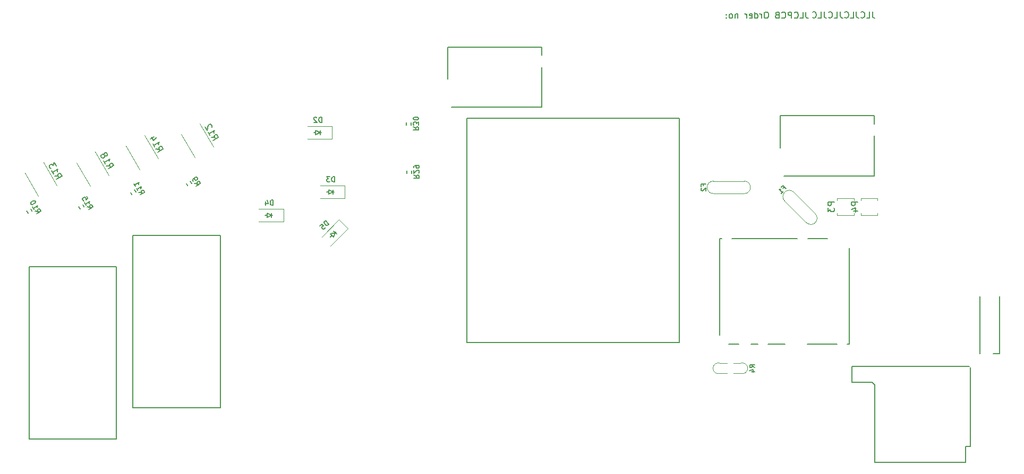
<source format=gbo>
G04 #@! TF.GenerationSoftware,KiCad,Pcbnew,7.0.9-7.0.9~ubuntu22.04.1*
G04 #@! TF.CreationDate,2023-12-31T06:03:24+00:00*
G04 #@! TF.ProjectId,uaeficopiedtovfr,75616566-6963-46f7-9069-6564746f7666,rev?*
G04 #@! TF.SameCoordinates,Original*
G04 #@! TF.FileFunction,Legend,Bot*
G04 #@! TF.FilePolarity,Positive*
%FSLAX46Y46*%
G04 Gerber Fmt 4.6, Leading zero omitted, Abs format (unit mm)*
G04 Created by KiCad (PCBNEW 7.0.9-7.0.9~ubuntu22.04.1) date 2023-12-31 06:03:24*
%MOMM*%
%LPD*%
G01*
G04 APERTURE LIST*
%ADD10C,0.150000*%
%ADD11C,0.127000*%
%ADD12C,0.170000*%
%ADD13C,0.099060*%
%ADD14C,0.120000*%
%ADD15C,0.200000*%
%ADD16C,0.203200*%
G04 APERTURE END LIST*
D10*
X128253447Y72180181D02*
X128253447Y71465896D01*
X128253447Y71465896D02*
X128301066Y71323039D01*
X128301066Y71323039D02*
X128396304Y71227800D01*
X128396304Y71227800D02*
X128539161Y71180181D01*
X128539161Y71180181D02*
X128634399Y71180181D01*
X127301066Y71180181D02*
X127777256Y71180181D01*
X127777256Y71180181D02*
X127777256Y72180181D01*
X126396304Y71275420D02*
X126443923Y71227800D01*
X126443923Y71227800D02*
X126586780Y71180181D01*
X126586780Y71180181D02*
X126682018Y71180181D01*
X126682018Y71180181D02*
X126824875Y71227800D01*
X126824875Y71227800D02*
X126920113Y71323039D01*
X126920113Y71323039D02*
X126967732Y71418277D01*
X126967732Y71418277D02*
X127015351Y71608753D01*
X127015351Y71608753D02*
X127015351Y71751610D01*
X127015351Y71751610D02*
X126967732Y71942086D01*
X126967732Y71942086D02*
X126920113Y72037324D01*
X126920113Y72037324D02*
X126824875Y72132562D01*
X126824875Y72132562D02*
X126682018Y72180181D01*
X126682018Y72180181D02*
X126586780Y72180181D01*
X126586780Y72180181D02*
X126443923Y72132562D01*
X126443923Y72132562D02*
X126396304Y72084943D01*
X125967732Y71180181D02*
X125967732Y72180181D01*
X125967732Y72180181D02*
X125586780Y72180181D01*
X125586780Y72180181D02*
X125491542Y72132562D01*
X125491542Y72132562D02*
X125443923Y72084943D01*
X125443923Y72084943D02*
X125396304Y71989705D01*
X125396304Y71989705D02*
X125396304Y71846848D01*
X125396304Y71846848D02*
X125443923Y71751610D01*
X125443923Y71751610D02*
X125491542Y71703991D01*
X125491542Y71703991D02*
X125586780Y71656372D01*
X125586780Y71656372D02*
X125967732Y71656372D01*
X124396304Y71275420D02*
X124443923Y71227800D01*
X124443923Y71227800D02*
X124586780Y71180181D01*
X124586780Y71180181D02*
X124682018Y71180181D01*
X124682018Y71180181D02*
X124824875Y71227800D01*
X124824875Y71227800D02*
X124920113Y71323039D01*
X124920113Y71323039D02*
X124967732Y71418277D01*
X124967732Y71418277D02*
X125015351Y71608753D01*
X125015351Y71608753D02*
X125015351Y71751610D01*
X125015351Y71751610D02*
X124967732Y71942086D01*
X124967732Y71942086D02*
X124920113Y72037324D01*
X124920113Y72037324D02*
X124824875Y72132562D01*
X124824875Y72132562D02*
X124682018Y72180181D01*
X124682018Y72180181D02*
X124586780Y72180181D01*
X124586780Y72180181D02*
X124443923Y72132562D01*
X124443923Y72132562D02*
X124396304Y72084943D01*
X123634399Y71703991D02*
X123491542Y71656372D01*
X123491542Y71656372D02*
X123443923Y71608753D01*
X123443923Y71608753D02*
X123396304Y71513515D01*
X123396304Y71513515D02*
X123396304Y71370658D01*
X123396304Y71370658D02*
X123443923Y71275420D01*
X123443923Y71275420D02*
X123491542Y71227800D01*
X123491542Y71227800D02*
X123586780Y71180181D01*
X123586780Y71180181D02*
X123967732Y71180181D01*
X123967732Y71180181D02*
X123967732Y72180181D01*
X123967732Y72180181D02*
X123634399Y72180181D01*
X123634399Y72180181D02*
X123539161Y72132562D01*
X123539161Y72132562D02*
X123491542Y72084943D01*
X123491542Y72084943D02*
X123443923Y71989705D01*
X123443923Y71989705D02*
X123443923Y71894467D01*
X123443923Y71894467D02*
X123491542Y71799229D01*
X123491542Y71799229D02*
X123539161Y71751610D01*
X123539161Y71751610D02*
X123634399Y71703991D01*
X123634399Y71703991D02*
X123967732Y71703991D01*
X122015351Y72180181D02*
X121824875Y72180181D01*
X121824875Y72180181D02*
X121729637Y72132562D01*
X121729637Y72132562D02*
X121634399Y72037324D01*
X121634399Y72037324D02*
X121586780Y71846848D01*
X121586780Y71846848D02*
X121586780Y71513515D01*
X121586780Y71513515D02*
X121634399Y71323039D01*
X121634399Y71323039D02*
X121729637Y71227800D01*
X121729637Y71227800D02*
X121824875Y71180181D01*
X121824875Y71180181D02*
X122015351Y71180181D01*
X122015351Y71180181D02*
X122110589Y71227800D01*
X122110589Y71227800D02*
X122205827Y71323039D01*
X122205827Y71323039D02*
X122253446Y71513515D01*
X122253446Y71513515D02*
X122253446Y71846848D01*
X122253446Y71846848D02*
X122205827Y72037324D01*
X122205827Y72037324D02*
X122110589Y72132562D01*
X122110589Y72132562D02*
X122015351Y72180181D01*
X121158208Y71180181D02*
X121158208Y71846848D01*
X121158208Y71656372D02*
X121110589Y71751610D01*
X121110589Y71751610D02*
X121062970Y71799229D01*
X121062970Y71799229D02*
X120967732Y71846848D01*
X120967732Y71846848D02*
X120872494Y71846848D01*
X120110589Y71180181D02*
X120110589Y72180181D01*
X120110589Y71227800D02*
X120205827Y71180181D01*
X120205827Y71180181D02*
X120396303Y71180181D01*
X120396303Y71180181D02*
X120491541Y71227800D01*
X120491541Y71227800D02*
X120539160Y71275420D01*
X120539160Y71275420D02*
X120586779Y71370658D01*
X120586779Y71370658D02*
X120586779Y71656372D01*
X120586779Y71656372D02*
X120539160Y71751610D01*
X120539160Y71751610D02*
X120491541Y71799229D01*
X120491541Y71799229D02*
X120396303Y71846848D01*
X120396303Y71846848D02*
X120205827Y71846848D01*
X120205827Y71846848D02*
X120110589Y71799229D01*
X119253446Y71227800D02*
X119348684Y71180181D01*
X119348684Y71180181D02*
X119539160Y71180181D01*
X119539160Y71180181D02*
X119634398Y71227800D01*
X119634398Y71227800D02*
X119682017Y71323039D01*
X119682017Y71323039D02*
X119682017Y71703991D01*
X119682017Y71703991D02*
X119634398Y71799229D01*
X119634398Y71799229D02*
X119539160Y71846848D01*
X119539160Y71846848D02*
X119348684Y71846848D01*
X119348684Y71846848D02*
X119253446Y71799229D01*
X119253446Y71799229D02*
X119205827Y71703991D01*
X119205827Y71703991D02*
X119205827Y71608753D01*
X119205827Y71608753D02*
X119682017Y71513515D01*
X118777255Y71180181D02*
X118777255Y71846848D01*
X118777255Y71656372D02*
X118729636Y71751610D01*
X118729636Y71751610D02*
X118682017Y71799229D01*
X118682017Y71799229D02*
X118586779Y71846848D01*
X118586779Y71846848D02*
X118491541Y71846848D01*
X117396302Y71846848D02*
X117396302Y71180181D01*
X117396302Y71751610D02*
X117348683Y71799229D01*
X117348683Y71799229D02*
X117253445Y71846848D01*
X117253445Y71846848D02*
X117110588Y71846848D01*
X117110588Y71846848D02*
X117015350Y71799229D01*
X117015350Y71799229D02*
X116967731Y71703991D01*
X116967731Y71703991D02*
X116967731Y71180181D01*
X116348683Y71180181D02*
X116443921Y71227800D01*
X116443921Y71227800D02*
X116491540Y71275420D01*
X116491540Y71275420D02*
X116539159Y71370658D01*
X116539159Y71370658D02*
X116539159Y71656372D01*
X116539159Y71656372D02*
X116491540Y71751610D01*
X116491540Y71751610D02*
X116443921Y71799229D01*
X116443921Y71799229D02*
X116348683Y71846848D01*
X116348683Y71846848D02*
X116205826Y71846848D01*
X116205826Y71846848D02*
X116110588Y71799229D01*
X116110588Y71799229D02*
X116062969Y71751610D01*
X116062969Y71751610D02*
X116015350Y71656372D01*
X116015350Y71656372D02*
X116015350Y71370658D01*
X116015350Y71370658D02*
X116062969Y71275420D01*
X116062969Y71275420D02*
X116110588Y71227800D01*
X116110588Y71227800D02*
X116205826Y71180181D01*
X116205826Y71180181D02*
X116348683Y71180181D01*
X115586778Y71275420D02*
X115539159Y71227800D01*
X115539159Y71227800D02*
X115586778Y71180181D01*
X115586778Y71180181D02*
X115634397Y71227800D01*
X115634397Y71227800D02*
X115586778Y71275420D01*
X115586778Y71275420D02*
X115586778Y71180181D01*
X115586778Y71799229D02*
X115539159Y71751610D01*
X115539159Y71751610D02*
X115586778Y71703991D01*
X115586778Y71703991D02*
X115634397Y71751610D01*
X115634397Y71751610D02*
X115586778Y71799229D01*
X115586778Y71799229D02*
X115586778Y71703991D01*
X138860590Y72230181D02*
X138860590Y71515896D01*
X138860590Y71515896D02*
X138908209Y71373039D01*
X138908209Y71373039D02*
X139003447Y71277800D01*
X139003447Y71277800D02*
X139146304Y71230181D01*
X139146304Y71230181D02*
X139241542Y71230181D01*
X137908209Y71230181D02*
X138384399Y71230181D01*
X138384399Y71230181D02*
X138384399Y72230181D01*
X137003447Y71325420D02*
X137051066Y71277800D01*
X137051066Y71277800D02*
X137193923Y71230181D01*
X137193923Y71230181D02*
X137289161Y71230181D01*
X137289161Y71230181D02*
X137432018Y71277800D01*
X137432018Y71277800D02*
X137527256Y71373039D01*
X137527256Y71373039D02*
X137574875Y71468277D01*
X137574875Y71468277D02*
X137622494Y71658753D01*
X137622494Y71658753D02*
X137622494Y71801610D01*
X137622494Y71801610D02*
X137574875Y71992086D01*
X137574875Y71992086D02*
X137527256Y72087324D01*
X137527256Y72087324D02*
X137432018Y72182562D01*
X137432018Y72182562D02*
X137289161Y72230181D01*
X137289161Y72230181D02*
X137193923Y72230181D01*
X137193923Y72230181D02*
X137051066Y72182562D01*
X137051066Y72182562D02*
X137003447Y72134943D01*
X136289161Y72230181D02*
X136289161Y71515896D01*
X136289161Y71515896D02*
X136336780Y71373039D01*
X136336780Y71373039D02*
X136432018Y71277800D01*
X136432018Y71277800D02*
X136574875Y71230181D01*
X136574875Y71230181D02*
X136670113Y71230181D01*
X135336780Y71230181D02*
X135812970Y71230181D01*
X135812970Y71230181D02*
X135812970Y72230181D01*
X134432018Y71325420D02*
X134479637Y71277800D01*
X134479637Y71277800D02*
X134622494Y71230181D01*
X134622494Y71230181D02*
X134717732Y71230181D01*
X134717732Y71230181D02*
X134860589Y71277800D01*
X134860589Y71277800D02*
X134955827Y71373039D01*
X134955827Y71373039D02*
X135003446Y71468277D01*
X135003446Y71468277D02*
X135051065Y71658753D01*
X135051065Y71658753D02*
X135051065Y71801610D01*
X135051065Y71801610D02*
X135003446Y71992086D01*
X135003446Y71992086D02*
X134955827Y72087324D01*
X134955827Y72087324D02*
X134860589Y72182562D01*
X134860589Y72182562D02*
X134717732Y72230181D01*
X134717732Y72230181D02*
X134622494Y72230181D01*
X134622494Y72230181D02*
X134479637Y72182562D01*
X134479637Y72182562D02*
X134432018Y72134943D01*
X133717732Y72230181D02*
X133717732Y71515896D01*
X133717732Y71515896D02*
X133765351Y71373039D01*
X133765351Y71373039D02*
X133860589Y71277800D01*
X133860589Y71277800D02*
X134003446Y71230181D01*
X134003446Y71230181D02*
X134098684Y71230181D01*
X132765351Y71230181D02*
X133241541Y71230181D01*
X133241541Y71230181D02*
X133241541Y72230181D01*
X131860589Y71325420D02*
X131908208Y71277800D01*
X131908208Y71277800D02*
X132051065Y71230181D01*
X132051065Y71230181D02*
X132146303Y71230181D01*
X132146303Y71230181D02*
X132289160Y71277800D01*
X132289160Y71277800D02*
X132384398Y71373039D01*
X132384398Y71373039D02*
X132432017Y71468277D01*
X132432017Y71468277D02*
X132479636Y71658753D01*
X132479636Y71658753D02*
X132479636Y71801610D01*
X132479636Y71801610D02*
X132432017Y71992086D01*
X132432017Y71992086D02*
X132384398Y72087324D01*
X132384398Y72087324D02*
X132289160Y72182562D01*
X132289160Y72182562D02*
X132146303Y72230181D01*
X132146303Y72230181D02*
X132051065Y72230181D01*
X132051065Y72230181D02*
X131908208Y72182562D01*
X131908208Y72182562D02*
X131860589Y72134943D01*
X131146303Y72230181D02*
X131146303Y71515896D01*
X131146303Y71515896D02*
X131193922Y71373039D01*
X131193922Y71373039D02*
X131289160Y71277800D01*
X131289160Y71277800D02*
X131432017Y71230181D01*
X131432017Y71230181D02*
X131527255Y71230181D01*
X130193922Y71230181D02*
X130670112Y71230181D01*
X130670112Y71230181D02*
X130670112Y72230181D01*
X129289160Y71325420D02*
X129336779Y71277800D01*
X129336779Y71277800D02*
X129479636Y71230181D01*
X129479636Y71230181D02*
X129574874Y71230181D01*
X129574874Y71230181D02*
X129717731Y71277800D01*
X129717731Y71277800D02*
X129812969Y71373039D01*
X129812969Y71373039D02*
X129860588Y71468277D01*
X129860588Y71468277D02*
X129908207Y71658753D01*
X129908207Y71658753D02*
X129908207Y71801610D01*
X129908207Y71801610D02*
X129860588Y71992086D01*
X129860588Y71992086D02*
X129812969Y72087324D01*
X129812969Y72087324D02*
X129717731Y72182562D01*
X129717731Y72182562D02*
X129574874Y72230181D01*
X129574874Y72230181D02*
X129479636Y72230181D01*
X129479636Y72230181D02*
X129336779Y72182562D01*
X129336779Y72182562D02*
X129289160Y72134943D01*
D11*
X120045911Y15402000D02*
X119683054Y15656000D01*
X120045911Y15837429D02*
X119283911Y15837429D01*
X119283911Y15837429D02*
X119283911Y15547143D01*
X119283911Y15547143D02*
X119320197Y15474572D01*
X119320197Y15474572D02*
X119356483Y15438286D01*
X119356483Y15438286D02*
X119429054Y15402000D01*
X119429054Y15402000D02*
X119537911Y15402000D01*
X119537911Y15402000D02*
X119610483Y15438286D01*
X119610483Y15438286D02*
X119646768Y15474572D01*
X119646768Y15474572D02*
X119683054Y15547143D01*
X119683054Y15547143D02*
X119683054Y15837429D01*
X119537911Y14748857D02*
X120045911Y14748857D01*
X119247626Y14930286D02*
X119791911Y15111715D01*
X119791911Y15111715D02*
X119791911Y14640000D01*
D10*
X132754819Y41813095D02*
X131754819Y41813095D01*
X131754819Y41813095D02*
X131754819Y41432143D01*
X131754819Y41432143D02*
X131802438Y41336905D01*
X131802438Y41336905D02*
X131850057Y41289286D01*
X131850057Y41289286D02*
X131945295Y41241667D01*
X131945295Y41241667D02*
X132088152Y41241667D01*
X132088152Y41241667D02*
X132183390Y41289286D01*
X132183390Y41289286D02*
X132231009Y41336905D01*
X132231009Y41336905D02*
X132278628Y41432143D01*
X132278628Y41432143D02*
X132278628Y41813095D01*
X131754819Y40908333D02*
X131754819Y40289286D01*
X131754819Y40289286D02*
X132135771Y40622619D01*
X132135771Y40622619D02*
X132135771Y40479762D01*
X132135771Y40479762D02*
X132183390Y40384524D01*
X132183390Y40384524D02*
X132231009Y40336905D01*
X132231009Y40336905D02*
X132326247Y40289286D01*
X132326247Y40289286D02*
X132564342Y40289286D01*
X132564342Y40289286D02*
X132659580Y40336905D01*
X132659580Y40336905D02*
X132707200Y40384524D01*
X132707200Y40384524D02*
X132754819Y40479762D01*
X132754819Y40479762D02*
X132754819Y40765476D01*
X132754819Y40765476D02*
X132707200Y40860714D01*
X132707200Y40860714D02*
X132659580Y40908333D01*
X136534819Y41813095D02*
X135534819Y41813095D01*
X135534819Y41813095D02*
X135534819Y41432143D01*
X135534819Y41432143D02*
X135582438Y41336905D01*
X135582438Y41336905D02*
X135630057Y41289286D01*
X135630057Y41289286D02*
X135725295Y41241667D01*
X135725295Y41241667D02*
X135868152Y41241667D01*
X135868152Y41241667D02*
X135963390Y41289286D01*
X135963390Y41289286D02*
X136011009Y41336905D01*
X136011009Y41336905D02*
X136058628Y41432143D01*
X136058628Y41432143D02*
X136058628Y41813095D01*
X135868152Y40384524D02*
X136534819Y40384524D01*
X135487200Y40622619D02*
X136201485Y40860714D01*
X136201485Y40860714D02*
X136201485Y40241667D01*
D11*
X111896768Y44429000D02*
X111896768Y44683000D01*
X112295911Y44683000D02*
X111533911Y44683000D01*
X111533911Y44683000D02*
X111533911Y44320143D01*
X111606483Y44066143D02*
X111570197Y44029857D01*
X111570197Y44029857D02*
X111533911Y43957285D01*
X111533911Y43957285D02*
X111533911Y43775857D01*
X111533911Y43775857D02*
X111570197Y43703285D01*
X111570197Y43703285D02*
X111606483Y43667000D01*
X111606483Y43667000D02*
X111679054Y43630714D01*
X111679054Y43630714D02*
X111751626Y43630714D01*
X111751626Y43630714D02*
X111860483Y43667000D01*
X111860483Y43667000D02*
X112295911Y44102428D01*
X112295911Y44102428D02*
X112295911Y43630714D01*
X124613537Y44020672D02*
X124793142Y44200277D01*
X125075379Y43918041D02*
X124536563Y44456856D01*
X124536563Y44456856D02*
X124279985Y44200277D01*
X124331300Y43173962D02*
X124639195Y43481857D01*
X124485248Y43327910D02*
X123946432Y43866725D01*
X123946432Y43866725D02*
X124074722Y43841067D01*
X124074722Y43841067D02*
X124177353Y43841067D01*
X124177353Y43841067D02*
X124254327Y43866725D01*
D10*
X24621530Y50302046D02*
X25200590Y50251466D01*
X24907245Y49807175D02*
X25773270Y50307175D01*
X25773270Y50307175D02*
X25582794Y50637089D01*
X25582794Y50637089D02*
X25493935Y50695758D01*
X25493935Y50695758D02*
X25428887Y50713188D01*
X25428887Y50713188D02*
X25322598Y50706808D01*
X25322598Y50706808D02*
X25198881Y50635380D01*
X25198881Y50635380D02*
X25140211Y50546521D01*
X25140211Y50546521D02*
X25122782Y50481472D01*
X25122782Y50481472D02*
X25129161Y50375184D01*
X25129161Y50375184D02*
X25319638Y50045270D01*
X24145340Y51126832D02*
X24431054Y50631961D01*
X24288197Y50879397D02*
X25154222Y51379397D01*
X25154222Y51379397D02*
X25078123Y51225489D01*
X25078123Y51225489D02*
X25043264Y51095392D01*
X25043264Y51095392D02*
X25049644Y50989104D01*
X24294119Y52202473D02*
X23716768Y51869140D01*
X24743081Y52186753D02*
X24243539Y51623414D01*
X24243539Y51623414D02*
X23934015Y52159525D01*
X33429719Y52188953D02*
X34008779Y52138373D01*
X33715434Y51694082D02*
X34581459Y52194082D01*
X34581459Y52194082D02*
X34390983Y52523996D01*
X34390983Y52523996D02*
X34302124Y52582665D01*
X34302124Y52582665D02*
X34237076Y52600095D01*
X34237076Y52600095D02*
X34130787Y52593715D01*
X34130787Y52593715D02*
X34007070Y52522287D01*
X34007070Y52522287D02*
X33948400Y52433428D01*
X33948400Y52433428D02*
X33930971Y52368379D01*
X33930971Y52368379D02*
X33937350Y52262091D01*
X33937350Y52262091D02*
X34127827Y51932177D01*
X32953529Y53013739D02*
X33239243Y52518868D01*
X33096386Y52766304D02*
X33962411Y53266304D01*
X33962411Y53266304D02*
X33886312Y53112396D01*
X33886312Y53112396D02*
X33851453Y52982299D01*
X33851453Y52982299D02*
X33857833Y52876011D01*
X33546599Y53796035D02*
X33564029Y53861084D01*
X33564029Y53861084D02*
X33557649Y53967372D01*
X33557649Y53967372D02*
X33438602Y54173568D01*
X33438602Y54173568D02*
X33349743Y54232237D01*
X33349743Y54232237D02*
X33284695Y54249667D01*
X33284695Y54249667D02*
X33178406Y54243287D01*
X33178406Y54243287D02*
X33095928Y54195668D01*
X33095928Y54195668D02*
X32996019Y54083001D01*
X32996019Y54083001D02*
X32786862Y53302415D01*
X32786862Y53302415D02*
X32477338Y53838526D01*
D12*
X13640743Y41033216D02*
X14115572Y40991741D01*
X13875029Y40627421D02*
X14585170Y41037421D01*
X14585170Y41037421D02*
X14428979Y41307951D01*
X14428979Y41307951D02*
X14356115Y41356060D01*
X14356115Y41356060D02*
X14302775Y41370352D01*
X14302775Y41370352D02*
X14215619Y41365121D01*
X14215619Y41365121D02*
X14114170Y41306549D01*
X14114170Y41306549D02*
X14066062Y41233686D01*
X14066062Y41233686D02*
X14051769Y41180346D01*
X14051769Y41180346D02*
X14057001Y41093189D01*
X14057001Y41093189D02*
X14213191Y40822659D01*
X13250267Y41709541D02*
X13484553Y41303746D01*
X13367410Y41506643D02*
X14077551Y41916643D01*
X14077551Y41916643D02*
X14015150Y41790439D01*
X14015150Y41790439D02*
X13986565Y41683759D01*
X13986565Y41683759D02*
X13991796Y41596603D01*
X13589456Y42762049D02*
X13784694Y42423886D01*
X13784694Y42423886D02*
X13466055Y42194832D01*
X13466055Y42194832D02*
X13480348Y42248172D01*
X13480348Y42248172D02*
X13475116Y42335328D01*
X13475116Y42335328D02*
X13377497Y42504410D01*
X13377497Y42504410D02*
X13304633Y42552518D01*
X13304633Y42552518D02*
X13251293Y42566811D01*
X13251293Y42566811D02*
X13164137Y42561579D01*
X13164137Y42561579D02*
X12995056Y42463960D01*
X12995056Y42463960D02*
X12946947Y42391096D01*
X12946947Y42391096D02*
X12932655Y42337756D01*
X12932655Y42337756D02*
X12937886Y42250600D01*
X12937886Y42250600D02*
X13035505Y42081519D01*
X13035505Y42081519D02*
X13108369Y42033410D01*
X13108369Y42033410D02*
X13161709Y42019118D01*
X51050237Y54554492D02*
X51050237Y55374492D01*
X51050237Y55374492D02*
X50854999Y55374492D01*
X50854999Y55374492D02*
X50737856Y55335444D01*
X50737856Y55335444D02*
X50659761Y55257349D01*
X50659761Y55257349D02*
X50620714Y55179254D01*
X50620714Y55179254D02*
X50581666Y55023063D01*
X50581666Y55023063D02*
X50581666Y54905920D01*
X50581666Y54905920D02*
X50620714Y54749730D01*
X50620714Y54749730D02*
X50659761Y54671635D01*
X50659761Y54671635D02*
X50737856Y54593539D01*
X50737856Y54593539D02*
X50854999Y54554492D01*
X50854999Y54554492D02*
X51050237Y54554492D01*
X50269285Y55296397D02*
X50230237Y55335444D01*
X50230237Y55335444D02*
X50152142Y55374492D01*
X50152142Y55374492D02*
X49956904Y55374492D01*
X49956904Y55374492D02*
X49878809Y55335444D01*
X49878809Y55335444D02*
X49839761Y55296397D01*
X49839761Y55296397D02*
X49800714Y55218301D01*
X49800714Y55218301D02*
X49800714Y55140206D01*
X49800714Y55140206D02*
X49839761Y55023063D01*
X49839761Y55023063D02*
X50308333Y54554492D01*
X50308333Y54554492D02*
X49800714Y54554492D01*
X52213610Y38293061D02*
X51633783Y38872889D01*
X51633783Y38872889D02*
X51495729Y38734835D01*
X51495729Y38734835D02*
X51440507Y38624391D01*
X51440507Y38624391D02*
X51440507Y38513948D01*
X51440507Y38513948D02*
X51468118Y38431115D01*
X51468118Y38431115D02*
X51550950Y38293061D01*
X51550950Y38293061D02*
X51633783Y38210229D01*
X51633783Y38210229D02*
X51771837Y38127396D01*
X51771837Y38127396D02*
X51854670Y38099785D01*
X51854670Y38099785D02*
X51965113Y38099785D01*
X51965113Y38099785D02*
X52075556Y38155007D01*
X52075556Y38155007D02*
X52213610Y38293061D01*
X50777847Y38016953D02*
X51053955Y38293061D01*
X51053955Y38293061D02*
X51357675Y38044564D01*
X51357675Y38044564D02*
X51302453Y38044564D01*
X51302453Y38044564D02*
X51219620Y38016953D01*
X51219620Y38016953D02*
X51081566Y37878899D01*
X51081566Y37878899D02*
X51053955Y37796066D01*
X51053955Y37796066D02*
X51053955Y37740844D01*
X51053955Y37740844D02*
X51081566Y37658012D01*
X51081566Y37658012D02*
X51219620Y37519958D01*
X51219620Y37519958D02*
X51302453Y37492347D01*
X51302453Y37492347D02*
X51357675Y37492347D01*
X51357675Y37492347D02*
X51440507Y37519958D01*
X51440507Y37519958D02*
X51578561Y37658012D01*
X51578561Y37658012D02*
X51606172Y37740844D01*
X51606172Y37740844D02*
X51606172Y37796066D01*
X65663014Y53840093D02*
X66053490Y53566760D01*
X65663014Y53371522D02*
X66483014Y53371522D01*
X66483014Y53371522D02*
X66483014Y53683903D01*
X66483014Y53683903D02*
X66443966Y53761998D01*
X66443966Y53761998D02*
X66404919Y53801045D01*
X66404919Y53801045D02*
X66326823Y53840093D01*
X66326823Y53840093D02*
X66209681Y53840093D01*
X66209681Y53840093D02*
X66131585Y53801045D01*
X66131585Y53801045D02*
X66092538Y53761998D01*
X66092538Y53761998D02*
X66053490Y53683903D01*
X66053490Y53683903D02*
X66053490Y53371522D01*
X66483014Y54113426D02*
X66483014Y54621045D01*
X66483014Y54621045D02*
X66170633Y54347712D01*
X66170633Y54347712D02*
X66170633Y54464855D01*
X66170633Y54464855D02*
X66131585Y54542950D01*
X66131585Y54542950D02*
X66092538Y54581998D01*
X66092538Y54581998D02*
X66014442Y54621045D01*
X66014442Y54621045D02*
X65819204Y54621045D01*
X65819204Y54621045D02*
X65741109Y54581998D01*
X65741109Y54581998D02*
X65702062Y54542950D01*
X65702062Y54542950D02*
X65663014Y54464855D01*
X65663014Y54464855D02*
X65663014Y54230569D01*
X65663014Y54230569D02*
X65702062Y54152474D01*
X65702062Y54152474D02*
X65741109Y54113426D01*
X66483014Y55128664D02*
X66483014Y55206759D01*
X66483014Y55206759D02*
X66443966Y55284855D01*
X66443966Y55284855D02*
X66404919Y55323902D01*
X66404919Y55323902D02*
X66326823Y55362950D01*
X66326823Y55362950D02*
X66170633Y55401997D01*
X66170633Y55401997D02*
X65975395Y55401997D01*
X65975395Y55401997D02*
X65819204Y55362950D01*
X65819204Y55362950D02*
X65741109Y55323902D01*
X65741109Y55323902D02*
X65702062Y55284855D01*
X65702062Y55284855D02*
X65663014Y55206759D01*
X65663014Y55206759D02*
X65663014Y55128664D01*
X65663014Y55128664D02*
X65702062Y55050569D01*
X65702062Y55050569D02*
X65741109Y55011521D01*
X65741109Y55011521D02*
X65819204Y54972474D01*
X65819204Y54972474D02*
X65975395Y54933426D01*
X65975395Y54933426D02*
X66170633Y54933426D01*
X66170633Y54933426D02*
X66326823Y54972474D01*
X66326823Y54972474D02*
X66404919Y55011521D01*
X66404919Y55011521D02*
X66443966Y55050569D01*
X66443966Y55050569D02*
X66483014Y55128664D01*
X30790743Y44783216D02*
X31265572Y44741741D01*
X31025029Y44377421D02*
X31735170Y44787421D01*
X31735170Y44787421D02*
X31578979Y45057951D01*
X31578979Y45057951D02*
X31506115Y45106060D01*
X31506115Y45106060D02*
X31452775Y45120352D01*
X31452775Y45120352D02*
X31365619Y45115121D01*
X31365619Y45115121D02*
X31264170Y45056549D01*
X31264170Y45056549D02*
X31216062Y44983686D01*
X31216062Y44983686D02*
X31201769Y44930346D01*
X31201769Y44930346D02*
X31207001Y44843189D01*
X31207001Y44843189D02*
X31363191Y44572659D01*
X30595505Y45121378D02*
X30517410Y45256643D01*
X30517410Y45256643D02*
X30512179Y45343800D01*
X30512179Y45343800D02*
X30526471Y45397140D01*
X30526471Y45397140D02*
X30588872Y45523344D01*
X30588872Y45523344D02*
X30704613Y45635255D01*
X30704613Y45635255D02*
X30975143Y45791445D01*
X30975143Y45791445D02*
X31062299Y45796677D01*
X31062299Y45796677D02*
X31115639Y45782384D01*
X31115639Y45782384D02*
X31188503Y45734276D01*
X31188503Y45734276D02*
X31266598Y45599011D01*
X31266598Y45599011D02*
X31271830Y45511855D01*
X31271830Y45511855D02*
X31257537Y45458515D01*
X31257537Y45458515D02*
X31209429Y45385651D01*
X31209429Y45385651D02*
X31040348Y45288032D01*
X31040348Y45288032D02*
X30953191Y45282800D01*
X30953191Y45282800D02*
X30899851Y45297093D01*
X30899851Y45297093D02*
X30826987Y45345201D01*
X30826987Y45345201D02*
X30748892Y45480466D01*
X30748892Y45480466D02*
X30743661Y45567623D01*
X30743661Y45567623D02*
X30757953Y45620963D01*
X30757953Y45620963D02*
X30806062Y45693826D01*
D10*
X16746530Y47625860D02*
X17325590Y47575280D01*
X17032245Y47130989D02*
X17898270Y47630989D01*
X17898270Y47630989D02*
X17707794Y47960903D01*
X17707794Y47960903D02*
X17618935Y48019572D01*
X17618935Y48019572D02*
X17553887Y48037002D01*
X17553887Y48037002D02*
X17447598Y48030622D01*
X17447598Y48030622D02*
X17323881Y47959194D01*
X17323881Y47959194D02*
X17265211Y47870335D01*
X17265211Y47870335D02*
X17247782Y47805286D01*
X17247782Y47805286D02*
X17254161Y47698998D01*
X17254161Y47698998D02*
X17444638Y47369084D01*
X16270340Y48450646D02*
X16556054Y47955775D01*
X16413197Y48203211D02*
X17279222Y48703211D01*
X17279222Y48703211D02*
X17203123Y48549303D01*
X17203123Y48549303D02*
X17168264Y48419206D01*
X17168264Y48419206D02*
X17174644Y48312918D01*
X16479497Y49231232D02*
X16568355Y49172563D01*
X16568355Y49172563D02*
X16633404Y49155134D01*
X16633404Y49155134D02*
X16739692Y49161513D01*
X16739692Y49161513D02*
X16780932Y49185323D01*
X16780932Y49185323D02*
X16839601Y49274181D01*
X16839601Y49274181D02*
X16857031Y49339230D01*
X16857031Y49339230D02*
X16850651Y49445518D01*
X16850651Y49445518D02*
X16755413Y49610475D01*
X16755413Y49610475D02*
X16666554Y49669144D01*
X16666554Y49669144D02*
X16601506Y49686574D01*
X16601506Y49686574D02*
X16495217Y49680194D01*
X16495217Y49680194D02*
X16453978Y49656385D01*
X16453978Y49656385D02*
X16395309Y49567527D01*
X16395309Y49567527D02*
X16377879Y49502478D01*
X16377879Y49502478D02*
X16384259Y49396190D01*
X16384259Y49396190D02*
X16479497Y49231232D01*
X16479497Y49231232D02*
X16485877Y49124944D01*
X16485877Y49124944D02*
X16468447Y49059895D01*
X16468447Y49059895D02*
X16409778Y48971037D01*
X16409778Y48971037D02*
X16244821Y48875799D01*
X16244821Y48875799D02*
X16138533Y48869419D01*
X16138533Y48869419D02*
X16073484Y48886849D01*
X16073484Y48886849D02*
X15984625Y48945518D01*
X15984625Y48945518D02*
X15889387Y49110475D01*
X15889387Y49110475D02*
X15883008Y49216763D01*
X15883008Y49216763D02*
X15900437Y49281812D01*
X15900437Y49281812D02*
X15959106Y49370671D01*
X15959106Y49370671D02*
X16124064Y49465909D01*
X16124064Y49465909D02*
X16230352Y49472288D01*
X16230352Y49472288D02*
X16295401Y49454859D01*
X16295401Y49454859D02*
X16384259Y49396190D01*
D12*
X65763014Y46140093D02*
X66153490Y45866760D01*
X65763014Y45671522D02*
X66583014Y45671522D01*
X66583014Y45671522D02*
X66583014Y45983903D01*
X66583014Y45983903D02*
X66543966Y46061998D01*
X66543966Y46061998D02*
X66504919Y46101045D01*
X66504919Y46101045D02*
X66426823Y46140093D01*
X66426823Y46140093D02*
X66309681Y46140093D01*
X66309681Y46140093D02*
X66231585Y46101045D01*
X66231585Y46101045D02*
X66192538Y46061998D01*
X66192538Y46061998D02*
X66153490Y45983903D01*
X66153490Y45983903D02*
X66153490Y45671522D01*
X66504919Y46452474D02*
X66543966Y46491522D01*
X66543966Y46491522D02*
X66583014Y46569617D01*
X66583014Y46569617D02*
X66583014Y46764855D01*
X66583014Y46764855D02*
X66543966Y46842950D01*
X66543966Y46842950D02*
X66504919Y46881998D01*
X66504919Y46881998D02*
X66426823Y46921045D01*
X66426823Y46921045D02*
X66348728Y46921045D01*
X66348728Y46921045D02*
X66231585Y46881998D01*
X66231585Y46881998D02*
X65763014Y46413426D01*
X65763014Y46413426D02*
X65763014Y46921045D01*
X65763014Y47311521D02*
X65763014Y47467712D01*
X65763014Y47467712D02*
X65802062Y47545807D01*
X65802062Y47545807D02*
X65841109Y47584855D01*
X65841109Y47584855D02*
X65958252Y47662950D01*
X65958252Y47662950D02*
X66114442Y47701997D01*
X66114442Y47701997D02*
X66426823Y47701997D01*
X66426823Y47701997D02*
X66504919Y47662950D01*
X66504919Y47662950D02*
X66543966Y47623902D01*
X66543966Y47623902D02*
X66583014Y47545807D01*
X66583014Y47545807D02*
X66583014Y47389616D01*
X66583014Y47389616D02*
X66543966Y47311521D01*
X66543966Y47311521D02*
X66504919Y47272474D01*
X66504919Y47272474D02*
X66426823Y47233426D01*
X66426823Y47233426D02*
X66231585Y47233426D01*
X66231585Y47233426D02*
X66153490Y47272474D01*
X66153490Y47272474D02*
X66114442Y47311521D01*
X66114442Y47311521D02*
X66075395Y47389616D01*
X66075395Y47389616D02*
X66075395Y47545807D01*
X66075395Y47545807D02*
X66114442Y47623902D01*
X66114442Y47623902D02*
X66153490Y47662950D01*
X66153490Y47662950D02*
X66231585Y47701997D01*
X53105237Y45054492D02*
X53105237Y45874492D01*
X53105237Y45874492D02*
X52909999Y45874492D01*
X52909999Y45874492D02*
X52792856Y45835444D01*
X52792856Y45835444D02*
X52714761Y45757349D01*
X52714761Y45757349D02*
X52675714Y45679254D01*
X52675714Y45679254D02*
X52636666Y45523063D01*
X52636666Y45523063D02*
X52636666Y45405920D01*
X52636666Y45405920D02*
X52675714Y45249730D01*
X52675714Y45249730D02*
X52714761Y45171635D01*
X52714761Y45171635D02*
X52792856Y45093539D01*
X52792856Y45093539D02*
X52909999Y45054492D01*
X52909999Y45054492D02*
X53105237Y45054492D01*
X52363333Y45874492D02*
X51855714Y45874492D01*
X51855714Y45874492D02*
X52129047Y45562111D01*
X52129047Y45562111D02*
X52011904Y45562111D01*
X52011904Y45562111D02*
X51933809Y45523063D01*
X51933809Y45523063D02*
X51894761Y45484016D01*
X51894761Y45484016D02*
X51855714Y45405920D01*
X51855714Y45405920D02*
X51855714Y45210682D01*
X51855714Y45210682D02*
X51894761Y45132587D01*
X51894761Y45132587D02*
X51933809Y45093539D01*
X51933809Y45093539D02*
X52011904Y45054492D01*
X52011904Y45054492D02*
X52246190Y45054492D01*
X52246190Y45054492D02*
X52324285Y45093539D01*
X52324285Y45093539D02*
X52363333Y45132587D01*
X43300237Y41329492D02*
X43300237Y42149492D01*
X43300237Y42149492D02*
X43104999Y42149492D01*
X43104999Y42149492D02*
X42987856Y42110444D01*
X42987856Y42110444D02*
X42909761Y42032349D01*
X42909761Y42032349D02*
X42870714Y41954254D01*
X42870714Y41954254D02*
X42831666Y41798063D01*
X42831666Y41798063D02*
X42831666Y41680920D01*
X42831666Y41680920D02*
X42870714Y41524730D01*
X42870714Y41524730D02*
X42909761Y41446635D01*
X42909761Y41446635D02*
X42987856Y41368539D01*
X42987856Y41368539D02*
X43104999Y41329492D01*
X43104999Y41329492D02*
X43300237Y41329492D01*
X42128809Y41876159D02*
X42128809Y41329492D01*
X42324047Y42188539D02*
X42519285Y41602825D01*
X42519285Y41602825D02*
X42011666Y41602825D01*
X5340743Y40383216D02*
X5815572Y40341741D01*
X5575029Y39977421D02*
X6285170Y40387421D01*
X6285170Y40387421D02*
X6128979Y40657951D01*
X6128979Y40657951D02*
X6056115Y40706060D01*
X6056115Y40706060D02*
X6002775Y40720352D01*
X6002775Y40720352D02*
X5915619Y40715121D01*
X5915619Y40715121D02*
X5814170Y40656549D01*
X5814170Y40656549D02*
X5766062Y40583686D01*
X5766062Y40583686D02*
X5751769Y40530346D01*
X5751769Y40530346D02*
X5757001Y40443189D01*
X5757001Y40443189D02*
X5913191Y40172659D01*
X4950267Y41059541D02*
X5184553Y40653746D01*
X5067410Y40856643D02*
X5777551Y41266643D01*
X5777551Y41266643D02*
X5715150Y41140439D01*
X5715150Y41140439D02*
X5686565Y41033759D01*
X5686565Y41033759D02*
X5691796Y40946603D01*
X5406599Y41909151D02*
X5367551Y41976784D01*
X5367551Y41976784D02*
X5294687Y42024892D01*
X5294687Y42024892D02*
X5241347Y42039185D01*
X5241347Y42039185D02*
X5154191Y42033954D01*
X5154191Y42033954D02*
X4999402Y41989675D01*
X4999402Y41989675D02*
X4830321Y41892055D01*
X4830321Y41892055D02*
X4714580Y41780144D01*
X4714580Y41780144D02*
X4666471Y41707280D01*
X4666471Y41707280D02*
X4652179Y41653940D01*
X4652179Y41653940D02*
X4657410Y41566784D01*
X4657410Y41566784D02*
X4696458Y41499151D01*
X4696458Y41499151D02*
X4769322Y41451043D01*
X4769322Y41451043D02*
X4822662Y41436750D01*
X4822662Y41436750D02*
X4909818Y41441982D01*
X4909818Y41441982D02*
X5064607Y41486261D01*
X5064607Y41486261D02*
X5233688Y41583880D01*
X5233688Y41583880D02*
X5349429Y41695791D01*
X5349429Y41695791D02*
X5397538Y41768655D01*
X5397538Y41768655D02*
X5411830Y41821995D01*
X5411830Y41821995D02*
X5406599Y41909151D01*
D10*
X8488341Y45988953D02*
X9067401Y45938373D01*
X8774056Y45494082D02*
X9640081Y45994082D01*
X9640081Y45994082D02*
X9449605Y46323996D01*
X9449605Y46323996D02*
X9360746Y46382665D01*
X9360746Y46382665D02*
X9295698Y46400095D01*
X9295698Y46400095D02*
X9189409Y46393715D01*
X9189409Y46393715D02*
X9065692Y46322287D01*
X9065692Y46322287D02*
X9007022Y46233428D01*
X9007022Y46233428D02*
X8989593Y46168379D01*
X8989593Y46168379D02*
X8995972Y46062091D01*
X8995972Y46062091D02*
X9186449Y45732177D01*
X8012151Y46813739D02*
X8297865Y46318868D01*
X8155008Y46566304D02*
X9021033Y47066304D01*
X9021033Y47066304D02*
X8944934Y46912396D01*
X8944934Y46912396D02*
X8910075Y46782299D01*
X8910075Y46782299D02*
X8916455Y46676011D01*
X8711509Y47602415D02*
X8401986Y48138526D01*
X8401986Y48138526D02*
X8238738Y47659374D01*
X8238738Y47659374D02*
X8167309Y47783092D01*
X8167309Y47783092D02*
X8078451Y47841761D01*
X8078451Y47841761D02*
X8013402Y47859191D01*
X8013402Y47859191D02*
X7907114Y47852811D01*
X7907114Y47852811D02*
X7700917Y47733764D01*
X7700917Y47733764D02*
X7642248Y47644905D01*
X7642248Y47644905D02*
X7624819Y47579856D01*
X7624819Y47579856D02*
X7631198Y47473568D01*
X7631198Y47473568D02*
X7774056Y47226133D01*
X7774056Y47226133D02*
X7862914Y47167463D01*
X7862914Y47167463D02*
X7927963Y47150034D01*
D12*
X21890743Y43383216D02*
X22365572Y43341741D01*
X22125029Y42977421D02*
X22835170Y43387421D01*
X22835170Y43387421D02*
X22678979Y43657951D01*
X22678979Y43657951D02*
X22606115Y43706060D01*
X22606115Y43706060D02*
X22552775Y43720352D01*
X22552775Y43720352D02*
X22465619Y43715121D01*
X22465619Y43715121D02*
X22364170Y43656549D01*
X22364170Y43656549D02*
X22316062Y43583686D01*
X22316062Y43583686D02*
X22301769Y43530346D01*
X22301769Y43530346D02*
X22307001Y43443189D01*
X22307001Y43443189D02*
X22463191Y43172659D01*
X21500267Y44059541D02*
X21734553Y43653746D01*
X21617410Y43856643D02*
X22327551Y44266643D01*
X22327551Y44266643D02*
X22265150Y44140439D01*
X22265150Y44140439D02*
X22236565Y44033759D01*
X22236565Y44033759D02*
X22241796Y43946603D01*
X21109791Y44735865D02*
X21344077Y44330070D01*
X21226934Y44532968D02*
X21937075Y44942968D01*
X21937075Y44942968D02*
X21874674Y44816764D01*
X21874674Y44816764D02*
X21846089Y44710084D01*
X21846089Y44710084D02*
X21851320Y44622927D01*
D13*
G04 #@! TO.C,R4*
X117724000Y16075000D02*
X116708000Y16075000D01*
X116708000Y14475000D02*
X117724000Y14475000D01*
X115692000Y16075000D02*
X114676000Y16075000D01*
X114676000Y14475000D02*
X115692000Y14475000D01*
D14*
X117775000Y14475001D02*
G75*
G03*
X117779000Y16076637I330000J799999D01*
G01*
X114616398Y16078494D02*
G75*
G03*
X114625000Y14475000I-321398J-803494D01*
G01*
D15*
G04 #@! TO.C,M2*
X155974999Y17650000D02*
X155974999Y26750000D01*
X159075002Y17650000D02*
X158075000Y17650000D01*
X159075002Y17650000D02*
X159075002Y26750000D01*
G04 #@! TO.C,M3*
X86125000Y56950000D02*
X86125000Y63350000D01*
X86125000Y66550000D02*
X86125000Y65250000D01*
X86125000Y66550000D02*
X71125000Y66550000D01*
X71725000Y56950000D02*
X86125000Y56950000D01*
X71125000Y66550000D02*
X71125000Y61450000D01*
G04 #@! TO.C,M8*
X135599998Y15575001D02*
X154249996Y15575001D01*
X135599998Y13075004D02*
X135599998Y15575001D01*
X135599998Y13075004D02*
X138799994Y13075004D01*
X138799994Y13075004D02*
X139249996Y12625002D01*
X139249996Y300000D02*
X139249996Y12625002D01*
X139249996Y300000D02*
X153701354Y300000D01*
X153701354Y2810391D02*
X154449998Y2810391D01*
X153701354Y300003D02*
X153701354Y2810391D01*
X154449998Y2810391D02*
X154449998Y15374999D01*
G04 #@! TO.C,M7*
X18350000Y4000000D02*
X4450000Y4000000D01*
X4450000Y4000000D02*
X4450000Y31500000D01*
X4450000Y31500000D02*
X18350000Y31500000D01*
X18350000Y31500000D02*
X18350000Y4000000D01*
G04 #@! TO.C,M1*
X128524999Y35950001D02*
X131725002Y35950001D01*
X116424999Y35950001D02*
X126825001Y35950001D01*
X114524999Y35950001D02*
X114824999Y35950001D01*
X114524999Y35950001D02*
X114524999Y20550001D01*
X135124997Y34450001D02*
X135124999Y19150002D01*
X128425001Y19150004D02*
X133225001Y19150004D01*
X122224999Y19150004D02*
X124924999Y19150004D01*
X119525001Y19150004D02*
X120625004Y19150004D01*
X115974999Y19150004D02*
X117524999Y19149999D01*
X134825001Y19150002D02*
X135124999Y19150002D01*
G04 #@! TO.C,M4*
X139175000Y46000000D02*
X139175000Y52400000D01*
X139175000Y55600000D02*
X139175000Y54300000D01*
X139175000Y55600000D02*
X124175000Y55600000D01*
X124775000Y46000000D02*
X139175000Y46000000D01*
X124175000Y55600000D02*
X124175000Y50500000D01*
D14*
G04 #@! TO.C,P3*
X135880000Y39745000D02*
X133220000Y39745000D01*
X133220000Y40039462D02*
X133220000Y39745000D01*
X135880000Y40050627D02*
X135880000Y39745000D01*
X133220000Y42099373D02*
X133220000Y42405000D01*
X135880000Y42110538D02*
X135880000Y42405000D01*
X133220000Y42405000D02*
X135880000Y42405000D01*
G04 #@! TO.C,P4*
X139660000Y39745000D02*
X137000000Y39745000D01*
X137000000Y40039462D02*
X137000000Y39745000D01*
X139660000Y40050627D02*
X139660000Y39745000D01*
X137000000Y42099373D02*
X137000000Y42405000D01*
X139660000Y42110538D02*
X139660000Y42405000D01*
X137000000Y42405000D02*
X139660000Y42405000D01*
G04 #@! TO.C,F2*
X118350000Y45175000D02*
X113500000Y45175000D01*
X118350000Y43175000D02*
X113500000Y43175000D01*
X113500000Y45175000D02*
G75*
G03*
X113500000Y43175000I0J-1000000D01*
G01*
X118400000Y43175000D02*
G75*
G03*
X118400000Y45175000I0J1000000D01*
G01*
D15*
G04 #@! TO.C,M6*
X108025005Y19400015D02*
X74224995Y19400015D01*
X108025005Y55200005D02*
X108025005Y19400015D01*
X108025005Y55200005D02*
X74224995Y55200005D01*
X74224995Y55200005D02*
X74224995Y19400015D01*
D14*
G04 #@! TO.C,F1*
X129704163Y39985051D02*
X126274695Y43414518D01*
X128289949Y38570837D02*
X124860482Y42000305D01*
X126274695Y43414518D02*
G75*
G03*
X124860482Y42000305I-707107J-707106D01*
G01*
X128325305Y38535482D02*
G75*
G03*
X129739518Y39949695I707107J707106D01*
G01*
D15*
G04 #@! TO.C,M5*
X34875000Y8975000D02*
X20975000Y8975000D01*
X20975000Y8975000D02*
X20975000Y36475000D01*
X20975000Y36475000D02*
X34875000Y36475000D01*
X34875000Y36475000D02*
X34875000Y8975000D01*
D14*
G04 #@! TO.C,R14*
X22032629Y47035793D02*
X19855565Y50806579D01*
X24994435Y48745793D02*
X22817371Y52516579D01*
G04 #@! TO.C,R12*
X30840818Y48922700D02*
X28663754Y52693486D01*
X33802624Y50632700D02*
X31625560Y54403486D01*
D16*
G04 #@! TO.C,R15*
X12529371Y40690460D02*
X12329362Y41036864D01*
X13174755Y41064292D02*
X12974747Y41410698D01*
D14*
G04 #@! TO.C,D2*
X52695000Y51925000D02*
X48795000Y51925000D01*
X52695000Y53925000D02*
X52695000Y51925000D01*
X52695000Y53925000D02*
X48795000Y53925000D01*
D12*
X50995000Y52925000D02*
X50795000Y52925000D01*
X50795000Y52575000D02*
X50795000Y53275000D01*
X50795000Y52925000D02*
X50095000Y52575000D01*
X50795000Y52925000D02*
X50095000Y53275000D01*
X50095000Y52575000D02*
X50095000Y53275000D01*
X50095000Y52925000D02*
X49795000Y52925000D01*
D14*
G04 #@! TO.C,D5*
X55235965Y37596751D02*
X52478249Y34839035D01*
X53821751Y39010965D02*
X55235965Y37596751D01*
X53821751Y39010965D02*
X51064035Y36253249D01*
D12*
X53326777Y37101777D02*
X53185355Y36960355D01*
X53432843Y36712868D02*
X52937868Y37207843D01*
X53185355Y36960355D02*
X52937868Y36217893D01*
X53185355Y36960355D02*
X52442893Y36712868D01*
X52937868Y36217893D02*
X52442893Y36712868D01*
X52690381Y36465381D02*
X52478249Y36253249D01*
D16*
G04 #@! TO.C,R30*
X64529160Y54098944D02*
X64529149Y54498943D01*
X65274995Y54100000D02*
X65274985Y54500000D01*
G04 #@! TO.C,R9*
X29679371Y44440460D02*
X29479362Y44786864D01*
X30324755Y44814292D02*
X30124747Y45160698D01*
D14*
G04 #@! TO.C,R18*
X14157629Y44359607D02*
X11980565Y48130393D01*
X17119435Y46069607D02*
X14942371Y49840393D01*
D16*
G04 #@! TO.C,R29*
X64629160Y46398944D02*
X64629149Y46798943D01*
X65374995Y46400000D02*
X65374985Y46800000D01*
D14*
G04 #@! TO.C,D3*
X54750000Y42425000D02*
X50850000Y42425000D01*
X54750000Y44425000D02*
X54750000Y42425000D01*
X54750000Y44425000D02*
X50850000Y44425000D01*
D12*
X53050000Y43425000D02*
X52850000Y43425000D01*
X52850000Y43075000D02*
X52850000Y43775000D01*
X52850000Y43425000D02*
X52150000Y43075000D01*
X52850000Y43425000D02*
X52150000Y43775000D01*
X52150000Y43075000D02*
X52150000Y43775000D01*
X52150000Y43425000D02*
X51850000Y43425000D01*
D14*
G04 #@! TO.C,D4*
X44945000Y38700000D02*
X41045000Y38700000D01*
X44945000Y40700000D02*
X44945000Y38700000D01*
X44945000Y40700000D02*
X41045000Y40700000D01*
D12*
X43245000Y39700000D02*
X43045000Y39700000D01*
X43045000Y39350000D02*
X43045000Y40050000D01*
X43045000Y39700000D02*
X42345000Y39350000D01*
X43045000Y39700000D02*
X42345000Y40050000D01*
X42345000Y39350000D02*
X42345000Y40050000D01*
X42345000Y39700000D02*
X42045000Y39700000D01*
D16*
G04 #@! TO.C,R10*
X4229371Y40040460D02*
X4029362Y40386864D01*
X4874755Y40414292D02*
X4674747Y40760698D01*
D14*
G04 #@! TO.C,R13*
X5899440Y42722700D02*
X3722376Y46493486D01*
X8861246Y44432700D02*
X6684182Y48203486D01*
D16*
G04 #@! TO.C,R11*
X20779371Y43040460D02*
X20579362Y43386864D01*
X21424755Y43414292D02*
X21224747Y43760698D01*
G04 #@! TD*
M02*

</source>
